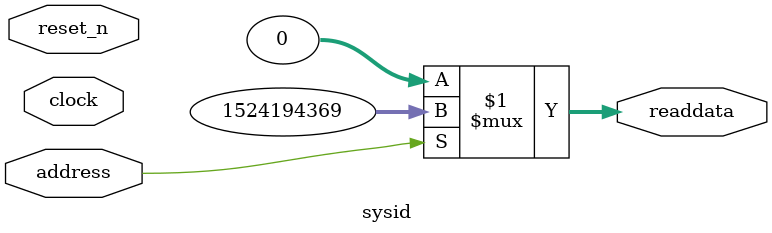
<source format=v>

`timescale 1ns / 1ps
// synthesis translate_on

// turn off superfluous verilog processor warnings 
// altera message_level Level1 
// altera message_off 10034 10035 10036 10037 10230 10240 10030 

module sysid (
               // inputs:
                address,
                clock,
                reset_n,

               // outputs:
                readdata
             )
;

  output  [ 31: 0] readdata;
  input            address;
  input            clock;
  input            reset_n;

  wire    [ 31: 0] readdata;
  //control_slave, which is an e_avalon_slave
  assign readdata = address ? 1524194369 : 0;

endmodule


</source>
